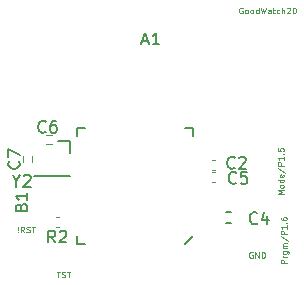
<source format=gto>
G04 #@! TF.FileFunction,Legend,Top*
%FSLAX46Y46*%
G04 Gerber Fmt 4.6, Leading zero omitted, Abs format (unit mm)*
G04 Created by KiCad (PCBNEW 4.0.7-e2-6376~58~ubuntu16.04.1) date Wed Jan 31 13:52:23 2018*
%MOMM*%
%LPD*%
G01*
G04 APERTURE LIST*
%ADD10C,0.100000*%
%ADD11C,0.125000*%
%ADD12C,0.120000*%
%ADD13C,0.150000*%
G04 APERTURE END LIST*
D10*
D11*
X117555047Y-82594000D02*
X117507428Y-82570190D01*
X117436000Y-82570190D01*
X117364571Y-82594000D01*
X117316952Y-82641619D01*
X117293143Y-82689238D01*
X117269333Y-82784476D01*
X117269333Y-82855905D01*
X117293143Y-82951143D01*
X117316952Y-82998762D01*
X117364571Y-83046381D01*
X117436000Y-83070190D01*
X117483619Y-83070190D01*
X117555047Y-83046381D01*
X117578857Y-83022571D01*
X117578857Y-82855905D01*
X117483619Y-82855905D01*
X117793143Y-83070190D02*
X117793143Y-82570190D01*
X118078857Y-83070190D01*
X118078857Y-82570190D01*
X118316953Y-83070190D02*
X118316953Y-82570190D01*
X118436000Y-82570190D01*
X118507429Y-82594000D01*
X118555048Y-82641619D01*
X118578857Y-82689238D01*
X118602667Y-82784476D01*
X118602667Y-82855905D01*
X118578857Y-82951143D01*
X118555048Y-82998762D01*
X118507429Y-83046381D01*
X118436000Y-83070190D01*
X118316953Y-83070190D01*
X120448190Y-83526380D02*
X119948190Y-83526380D01*
X119948190Y-83335904D01*
X119972000Y-83288285D01*
X119995810Y-83264476D01*
X120043429Y-83240666D01*
X120114857Y-83240666D01*
X120162476Y-83264476D01*
X120186286Y-83288285D01*
X120210095Y-83335904D01*
X120210095Y-83526380D01*
X120448190Y-83026380D02*
X120114857Y-83026380D01*
X120210095Y-83026380D02*
X120162476Y-83002571D01*
X120138667Y-82978761D01*
X120114857Y-82931142D01*
X120114857Y-82883523D01*
X120114857Y-82502571D02*
X120519619Y-82502571D01*
X120567238Y-82526380D01*
X120591048Y-82550190D01*
X120614857Y-82597809D01*
X120614857Y-82669237D01*
X120591048Y-82716856D01*
X120424381Y-82502571D02*
X120448190Y-82550190D01*
X120448190Y-82645428D01*
X120424381Y-82693047D01*
X120400571Y-82716856D01*
X120352952Y-82740666D01*
X120210095Y-82740666D01*
X120162476Y-82716856D01*
X120138667Y-82693047D01*
X120114857Y-82645428D01*
X120114857Y-82550190D01*
X120138667Y-82502571D01*
X120448190Y-82264475D02*
X120114857Y-82264475D01*
X120162476Y-82264475D02*
X120138667Y-82240666D01*
X120114857Y-82193047D01*
X120114857Y-82121618D01*
X120138667Y-82073999D01*
X120186286Y-82050190D01*
X120448190Y-82050190D01*
X120186286Y-82050190D02*
X120138667Y-82026380D01*
X120114857Y-81978761D01*
X120114857Y-81907333D01*
X120138667Y-81859713D01*
X120186286Y-81835904D01*
X120448190Y-81835904D01*
X119924381Y-81240666D02*
X120567238Y-81669237D01*
X120448190Y-81073998D02*
X119948190Y-81073998D01*
X119948190Y-80883522D01*
X119972000Y-80835903D01*
X119995810Y-80812094D01*
X120043429Y-80788284D01*
X120114857Y-80788284D01*
X120162476Y-80812094D01*
X120186286Y-80835903D01*
X120210095Y-80883522D01*
X120210095Y-81073998D01*
X120448190Y-80312094D02*
X120448190Y-80597808D01*
X120448190Y-80454951D02*
X119948190Y-80454951D01*
X120019619Y-80502570D01*
X120067238Y-80550189D01*
X120091048Y-80597808D01*
X120400571Y-80097808D02*
X120424381Y-80073999D01*
X120448190Y-80097808D01*
X120424381Y-80121618D01*
X120400571Y-80097808D01*
X120448190Y-80097808D01*
X119948190Y-79645428D02*
X119948190Y-79740666D01*
X119972000Y-79788285D01*
X119995810Y-79812094D01*
X120067238Y-79859713D01*
X120162476Y-79883523D01*
X120352952Y-79883523D01*
X120400571Y-79859713D01*
X120424381Y-79835904D01*
X120448190Y-79788285D01*
X120448190Y-79693047D01*
X120424381Y-79645428D01*
X120400571Y-79621618D01*
X120352952Y-79597809D01*
X120233905Y-79597809D01*
X120186286Y-79621618D01*
X120162476Y-79645428D01*
X120138667Y-79693047D01*
X120138667Y-79788285D01*
X120162476Y-79835904D01*
X120186286Y-79859713D01*
X120233905Y-79883523D01*
X120194190Y-77672475D02*
X119694190Y-77672475D01*
X120051333Y-77505809D01*
X119694190Y-77339142D01*
X120194190Y-77339142D01*
X120194190Y-77029618D02*
X120170381Y-77077237D01*
X120146571Y-77101046D01*
X120098952Y-77124856D01*
X119956095Y-77124856D01*
X119908476Y-77101046D01*
X119884667Y-77077237D01*
X119860857Y-77029618D01*
X119860857Y-76958189D01*
X119884667Y-76910570D01*
X119908476Y-76886761D01*
X119956095Y-76862951D01*
X120098952Y-76862951D01*
X120146571Y-76886761D01*
X120170381Y-76910570D01*
X120194190Y-76958189D01*
X120194190Y-77029618D01*
X120194190Y-76434380D02*
X119694190Y-76434380D01*
X120170381Y-76434380D02*
X120194190Y-76481999D01*
X120194190Y-76577237D01*
X120170381Y-76624856D01*
X120146571Y-76648665D01*
X120098952Y-76672475D01*
X119956095Y-76672475D01*
X119908476Y-76648665D01*
X119884667Y-76624856D01*
X119860857Y-76577237D01*
X119860857Y-76481999D01*
X119884667Y-76434380D01*
X120170381Y-76005808D02*
X120194190Y-76053427D01*
X120194190Y-76148665D01*
X120170381Y-76196284D01*
X120122762Y-76220094D01*
X119932286Y-76220094D01*
X119884667Y-76196284D01*
X119860857Y-76148665D01*
X119860857Y-76053427D01*
X119884667Y-76005808D01*
X119932286Y-75981999D01*
X119979905Y-75981999D01*
X120027524Y-76220094D01*
X119670381Y-75410571D02*
X120313238Y-75839142D01*
X120194190Y-75243903D02*
X119694190Y-75243903D01*
X119694190Y-75053427D01*
X119718000Y-75005808D01*
X119741810Y-74981999D01*
X119789429Y-74958189D01*
X119860857Y-74958189D01*
X119908476Y-74981999D01*
X119932286Y-75005808D01*
X119956095Y-75053427D01*
X119956095Y-75243903D01*
X120194190Y-74481999D02*
X120194190Y-74767713D01*
X120194190Y-74624856D02*
X119694190Y-74624856D01*
X119765619Y-74672475D01*
X119813238Y-74720094D01*
X119837048Y-74767713D01*
X120146571Y-74267713D02*
X120170381Y-74243904D01*
X120194190Y-74267713D01*
X120170381Y-74291523D01*
X120146571Y-74267713D01*
X120194190Y-74267713D01*
X119694190Y-73791523D02*
X119694190Y-74029618D01*
X119932286Y-74053428D01*
X119908476Y-74029618D01*
X119884667Y-73981999D01*
X119884667Y-73862952D01*
X119908476Y-73815333D01*
X119932286Y-73791523D01*
X119979905Y-73767714D01*
X120098952Y-73767714D01*
X120146571Y-73791523D01*
X120170381Y-73815333D01*
X120194190Y-73862952D01*
X120194190Y-73981999D01*
X120170381Y-74029618D01*
X120146571Y-74053428D01*
X116705953Y-61893000D02*
X116658334Y-61869190D01*
X116586906Y-61869190D01*
X116515477Y-61893000D01*
X116467858Y-61940619D01*
X116444049Y-61988238D01*
X116420239Y-62083476D01*
X116420239Y-62154905D01*
X116444049Y-62250143D01*
X116467858Y-62297762D01*
X116515477Y-62345381D01*
X116586906Y-62369190D01*
X116634525Y-62369190D01*
X116705953Y-62345381D01*
X116729763Y-62321571D01*
X116729763Y-62154905D01*
X116634525Y-62154905D01*
X117015477Y-62369190D02*
X116967858Y-62345381D01*
X116944049Y-62321571D01*
X116920239Y-62273952D01*
X116920239Y-62131095D01*
X116944049Y-62083476D01*
X116967858Y-62059667D01*
X117015477Y-62035857D01*
X117086906Y-62035857D01*
X117134525Y-62059667D01*
X117158334Y-62083476D01*
X117182144Y-62131095D01*
X117182144Y-62273952D01*
X117158334Y-62321571D01*
X117134525Y-62345381D01*
X117086906Y-62369190D01*
X117015477Y-62369190D01*
X117467858Y-62369190D02*
X117420239Y-62345381D01*
X117396430Y-62321571D01*
X117372620Y-62273952D01*
X117372620Y-62131095D01*
X117396430Y-62083476D01*
X117420239Y-62059667D01*
X117467858Y-62035857D01*
X117539287Y-62035857D01*
X117586906Y-62059667D01*
X117610715Y-62083476D01*
X117634525Y-62131095D01*
X117634525Y-62273952D01*
X117610715Y-62321571D01*
X117586906Y-62345381D01*
X117539287Y-62369190D01*
X117467858Y-62369190D01*
X118063096Y-62369190D02*
X118063096Y-61869190D01*
X118063096Y-62345381D02*
X118015477Y-62369190D01*
X117920239Y-62369190D01*
X117872620Y-62345381D01*
X117848811Y-62321571D01*
X117825001Y-62273952D01*
X117825001Y-62131095D01*
X117848811Y-62083476D01*
X117872620Y-62059667D01*
X117920239Y-62035857D01*
X118015477Y-62035857D01*
X118063096Y-62059667D01*
X118253573Y-61869190D02*
X118372620Y-62369190D01*
X118467858Y-62012048D01*
X118563096Y-62369190D01*
X118682144Y-61869190D01*
X119086906Y-62369190D02*
X119086906Y-62107286D01*
X119063097Y-62059667D01*
X119015478Y-62035857D01*
X118920240Y-62035857D01*
X118872621Y-62059667D01*
X119086906Y-62345381D02*
X119039287Y-62369190D01*
X118920240Y-62369190D01*
X118872621Y-62345381D01*
X118848811Y-62297762D01*
X118848811Y-62250143D01*
X118872621Y-62202524D01*
X118920240Y-62178714D01*
X119039287Y-62178714D01*
X119086906Y-62154905D01*
X119253573Y-62035857D02*
X119444049Y-62035857D01*
X119325002Y-61869190D02*
X119325002Y-62297762D01*
X119348811Y-62345381D01*
X119396430Y-62369190D01*
X119444049Y-62369190D01*
X119825001Y-62345381D02*
X119777382Y-62369190D01*
X119682144Y-62369190D01*
X119634525Y-62345381D01*
X119610716Y-62321571D01*
X119586906Y-62273952D01*
X119586906Y-62131095D01*
X119610716Y-62083476D01*
X119634525Y-62059667D01*
X119682144Y-62035857D01*
X119777382Y-62035857D01*
X119825001Y-62059667D01*
X120039287Y-62369190D02*
X120039287Y-61869190D01*
X120253572Y-62369190D02*
X120253572Y-62107286D01*
X120229763Y-62059667D01*
X120182144Y-62035857D01*
X120110715Y-62035857D01*
X120063096Y-62059667D01*
X120039287Y-62083476D01*
X120467858Y-61916810D02*
X120491668Y-61893000D01*
X120539287Y-61869190D01*
X120658334Y-61869190D01*
X120705953Y-61893000D01*
X120729763Y-61916810D01*
X120753572Y-61964429D01*
X120753572Y-62012048D01*
X120729763Y-62083476D01*
X120444049Y-62369190D01*
X120753572Y-62369190D01*
X121063096Y-61869190D02*
X121110715Y-61869190D01*
X121158334Y-61893000D01*
X121182143Y-61916810D01*
X121205953Y-61964429D01*
X121229762Y-62059667D01*
X121229762Y-62178714D01*
X121205953Y-62273952D01*
X121182143Y-62321571D01*
X121158334Y-62345381D01*
X121110715Y-62369190D01*
X121063096Y-62369190D01*
X121015477Y-62345381D01*
X120991667Y-62321571D01*
X120967858Y-62273952D01*
X120944048Y-62178714D01*
X120944048Y-62059667D01*
X120967858Y-61964429D01*
X120991667Y-61916810D01*
X121015477Y-61893000D01*
X121063096Y-61869190D01*
X100981572Y-84221190D02*
X101267286Y-84221190D01*
X101124429Y-84721190D02*
X101124429Y-84221190D01*
X101410143Y-84697381D02*
X101481572Y-84721190D01*
X101600619Y-84721190D01*
X101648238Y-84697381D01*
X101672048Y-84673571D01*
X101695857Y-84625952D01*
X101695857Y-84578333D01*
X101672048Y-84530714D01*
X101648238Y-84506905D01*
X101600619Y-84483095D01*
X101505381Y-84459286D01*
X101457762Y-84435476D01*
X101433953Y-84411667D01*
X101410143Y-84364048D01*
X101410143Y-84316429D01*
X101433953Y-84268810D01*
X101457762Y-84245000D01*
X101505381Y-84221190D01*
X101624429Y-84221190D01*
X101695857Y-84245000D01*
X101838714Y-84221190D02*
X102124428Y-84221190D01*
X101981571Y-84721190D02*
X101981571Y-84221190D01*
X97699430Y-80863571D02*
X97723239Y-80887381D01*
X97699430Y-80911190D01*
X97675620Y-80887381D01*
X97699430Y-80863571D01*
X97699430Y-80911190D01*
X97699430Y-80720714D02*
X97675620Y-80435000D01*
X97699430Y-80411190D01*
X97723239Y-80435000D01*
X97699430Y-80720714D01*
X97699430Y-80411190D01*
X98223239Y-80911190D02*
X98056572Y-80673095D01*
X97937525Y-80911190D02*
X97937525Y-80411190D01*
X98128001Y-80411190D01*
X98175620Y-80435000D01*
X98199429Y-80458810D01*
X98223239Y-80506429D01*
X98223239Y-80577857D01*
X98199429Y-80625476D01*
X98175620Y-80649286D01*
X98128001Y-80673095D01*
X97937525Y-80673095D01*
X98413715Y-80887381D02*
X98485144Y-80911190D01*
X98604191Y-80911190D01*
X98651810Y-80887381D01*
X98675620Y-80863571D01*
X98699429Y-80815952D01*
X98699429Y-80768333D01*
X98675620Y-80720714D01*
X98651810Y-80696905D01*
X98604191Y-80673095D01*
X98508953Y-80649286D01*
X98461334Y-80625476D01*
X98437525Y-80601667D01*
X98413715Y-80554048D01*
X98413715Y-80506429D01*
X98437525Y-80458810D01*
X98461334Y-80435000D01*
X98508953Y-80411190D01*
X98628001Y-80411190D01*
X98699429Y-80435000D01*
X98842286Y-80411190D02*
X99128000Y-80411190D01*
X98985143Y-80911190D02*
X98985143Y-80411190D01*
D12*
X98879600Y-74466000D02*
X98879600Y-74966000D01*
X98079600Y-74966000D02*
X98079600Y-74466000D01*
X100083200Y-72639600D02*
X100583200Y-72639600D01*
X100583200Y-73439600D02*
X100083200Y-73439600D01*
X100893600Y-80490000D02*
X101133600Y-80490000D01*
X101133600Y-79610000D02*
X100893600Y-79610000D01*
X114373000Y-75800000D02*
X114133000Y-75800000D01*
X114133000Y-76680000D02*
X114373000Y-76680000D01*
X114373000Y-74784000D02*
X114133000Y-74784000D01*
X114133000Y-75664000D02*
X114373000Y-75664000D01*
D13*
X102070400Y-76157200D02*
X99070400Y-76157200D01*
X102070400Y-73157200D02*
X102070400Y-74157200D01*
X101070400Y-73157200D02*
X102070400Y-73157200D01*
X115773000Y-79194000D02*
X115273000Y-79194000D01*
X115273000Y-80144000D02*
X115773000Y-80144000D01*
X112500000Y-81250000D02*
X111850000Y-81900000D01*
X103350000Y-81900000D02*
X102700000Y-81900000D01*
X102700000Y-81900000D02*
X102700000Y-81250000D01*
X111850000Y-72100000D02*
X112500000Y-72100000D01*
X112500000Y-72100000D02*
X112500000Y-72750000D01*
X103350000Y-72100000D02*
X102700000Y-72100000D01*
X102700000Y-72100000D02*
X102700000Y-72750000D01*
X97972571Y-78763761D02*
X98020190Y-78620904D01*
X98067810Y-78573285D01*
X98163048Y-78525666D01*
X98305905Y-78525666D01*
X98401143Y-78573285D01*
X98448762Y-78620904D01*
X98496381Y-78716142D01*
X98496381Y-79097095D01*
X97496381Y-79097095D01*
X97496381Y-78763761D01*
X97544000Y-78668523D01*
X97591619Y-78620904D01*
X97686857Y-78573285D01*
X97782095Y-78573285D01*
X97877333Y-78620904D01*
X97924952Y-78668523D01*
X97972571Y-78763761D01*
X97972571Y-79097095D01*
X98496381Y-77573285D02*
X98496381Y-78144714D01*
X98496381Y-77859000D02*
X97496381Y-77859000D01*
X97639238Y-77954238D01*
X97734476Y-78049476D01*
X97782095Y-78144714D01*
X97766143Y-74882666D02*
X97813762Y-74930285D01*
X97861381Y-75073142D01*
X97861381Y-75168380D01*
X97813762Y-75311238D01*
X97718524Y-75406476D01*
X97623286Y-75454095D01*
X97432810Y-75501714D01*
X97289952Y-75501714D01*
X97099476Y-75454095D01*
X97004238Y-75406476D01*
X96909000Y-75311238D01*
X96861381Y-75168380D01*
X96861381Y-75073142D01*
X96909000Y-74930285D01*
X96956619Y-74882666D01*
X96861381Y-74549333D02*
X96861381Y-73882666D01*
X97861381Y-74311238D01*
X100036334Y-72366143D02*
X99988715Y-72413762D01*
X99845858Y-72461381D01*
X99750620Y-72461381D01*
X99607762Y-72413762D01*
X99512524Y-72318524D01*
X99464905Y-72223286D01*
X99417286Y-72032810D01*
X99417286Y-71889952D01*
X99464905Y-71699476D01*
X99512524Y-71604238D01*
X99607762Y-71509000D01*
X99750620Y-71461381D01*
X99845858Y-71461381D01*
X99988715Y-71509000D01*
X100036334Y-71556619D01*
X100893477Y-71461381D02*
X100703000Y-71461381D01*
X100607762Y-71509000D01*
X100560143Y-71556619D01*
X100464905Y-71699476D01*
X100417286Y-71889952D01*
X100417286Y-72270905D01*
X100464905Y-72366143D01*
X100512524Y-72413762D01*
X100607762Y-72461381D01*
X100798239Y-72461381D01*
X100893477Y-72413762D01*
X100941096Y-72366143D01*
X100988715Y-72270905D01*
X100988715Y-72032810D01*
X100941096Y-71937571D01*
X100893477Y-71889952D01*
X100798239Y-71842333D01*
X100607762Y-71842333D01*
X100512524Y-71889952D01*
X100464905Y-71937571D01*
X100417286Y-72032810D01*
X100846934Y-81752381D02*
X100513600Y-81276190D01*
X100275505Y-81752381D02*
X100275505Y-80752381D01*
X100656458Y-80752381D01*
X100751696Y-80800000D01*
X100799315Y-80847619D01*
X100846934Y-80942857D01*
X100846934Y-81085714D01*
X100799315Y-81180952D01*
X100751696Y-81228571D01*
X100656458Y-81276190D01*
X100275505Y-81276190D01*
X101227886Y-80847619D02*
X101275505Y-80800000D01*
X101370743Y-80752381D01*
X101608839Y-80752381D01*
X101704077Y-80800000D01*
X101751696Y-80847619D01*
X101799315Y-80942857D01*
X101799315Y-81038095D01*
X101751696Y-81180952D01*
X101180267Y-81752381D01*
X101799315Y-81752381D01*
X116165334Y-76684143D02*
X116117715Y-76731762D01*
X115974858Y-76779381D01*
X115879620Y-76779381D01*
X115736762Y-76731762D01*
X115641524Y-76636524D01*
X115593905Y-76541286D01*
X115546286Y-76350810D01*
X115546286Y-76207952D01*
X115593905Y-76017476D01*
X115641524Y-75922238D01*
X115736762Y-75827000D01*
X115879620Y-75779381D01*
X115974858Y-75779381D01*
X116117715Y-75827000D01*
X116165334Y-75874619D01*
X117070096Y-75779381D02*
X116593905Y-75779381D01*
X116546286Y-76255571D01*
X116593905Y-76207952D01*
X116689143Y-76160333D01*
X116927239Y-76160333D01*
X117022477Y-76207952D01*
X117070096Y-76255571D01*
X117117715Y-76350810D01*
X117117715Y-76588905D01*
X117070096Y-76684143D01*
X117022477Y-76731762D01*
X116927239Y-76779381D01*
X116689143Y-76779381D01*
X116593905Y-76731762D01*
X116546286Y-76684143D01*
X116038334Y-75414143D02*
X115990715Y-75461762D01*
X115847858Y-75509381D01*
X115752620Y-75509381D01*
X115609762Y-75461762D01*
X115514524Y-75366524D01*
X115466905Y-75271286D01*
X115419286Y-75080810D01*
X115419286Y-74937952D01*
X115466905Y-74747476D01*
X115514524Y-74652238D01*
X115609762Y-74557000D01*
X115752620Y-74509381D01*
X115847858Y-74509381D01*
X115990715Y-74557000D01*
X116038334Y-74604619D01*
X116419286Y-74604619D02*
X116466905Y-74557000D01*
X116562143Y-74509381D01*
X116800239Y-74509381D01*
X116895477Y-74557000D01*
X116943096Y-74604619D01*
X116990715Y-74699857D01*
X116990715Y-74795095D01*
X116943096Y-74937952D01*
X116371667Y-75509381D01*
X116990715Y-75509381D01*
X97567809Y-76557190D02*
X97567809Y-77033381D01*
X97234476Y-76033381D02*
X97567809Y-76557190D01*
X97901143Y-76033381D01*
X98186857Y-76128619D02*
X98234476Y-76081000D01*
X98329714Y-76033381D01*
X98567810Y-76033381D01*
X98663048Y-76081000D01*
X98710667Y-76128619D01*
X98758286Y-76223857D01*
X98758286Y-76319095D01*
X98710667Y-76461952D01*
X98139238Y-77033381D01*
X98758286Y-77033381D01*
X108235714Y-64706667D02*
X108711905Y-64706667D01*
X108140476Y-64992381D02*
X108473809Y-63992381D01*
X108807143Y-64992381D01*
X109664286Y-64992381D02*
X109092857Y-64992381D01*
X109378571Y-64992381D02*
X109378571Y-63992381D01*
X109283333Y-64135238D01*
X109188095Y-64230476D01*
X109092857Y-64278095D01*
X117943334Y-80113143D02*
X117895715Y-80160762D01*
X117752858Y-80208381D01*
X117657620Y-80208381D01*
X117514762Y-80160762D01*
X117419524Y-80065524D01*
X117371905Y-79970286D01*
X117324286Y-79779810D01*
X117324286Y-79636952D01*
X117371905Y-79446476D01*
X117419524Y-79351238D01*
X117514762Y-79256000D01*
X117657620Y-79208381D01*
X117752858Y-79208381D01*
X117895715Y-79256000D01*
X117943334Y-79303619D01*
X118800477Y-79541714D02*
X118800477Y-80208381D01*
X118562381Y-79160762D02*
X118324286Y-79875048D01*
X118943334Y-79875048D01*
M02*

</source>
